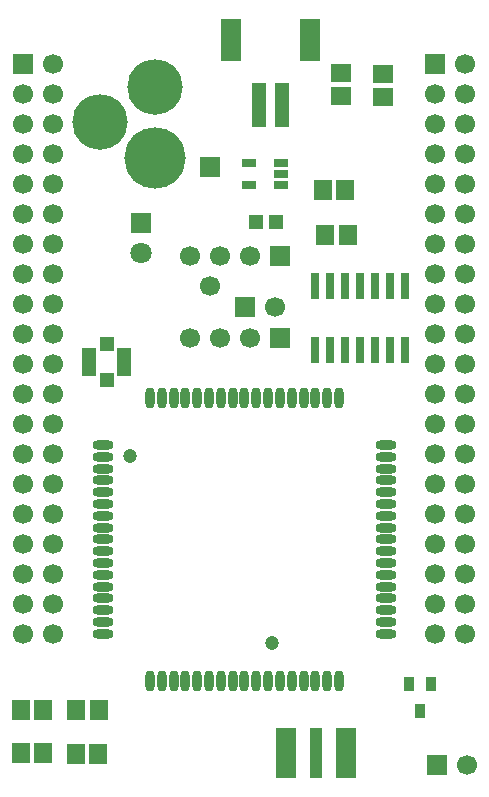
<source format=gbr>
G04 DipTrace 3.0.0.1*
G04 TopMask.gbr*
%MOIN*%
G04 #@! TF.FileFunction,Soldermask,Top*
G04 #@! TF.Part,Single*
%ADD54C,0.047244*%
%ADD61R,0.066929X0.141732*%
%ADD63R,0.047244X0.145669*%
%ADD65R,0.051181X0.031496*%
%ADD67R,0.031496X0.086614*%
%ADD73O,0.031496X0.070866*%
%ADD75O,0.070866X0.031496*%
%ADD77R,0.051181X0.047244*%
%ADD79R,0.033465X0.049213*%
%ADD81C,0.204724*%
%ADD83C,0.185039*%
%ADD85R,0.059055X0.066929*%
%ADD87C,0.066929*%
%ADD89R,0.066929X0.066929*%
%ADD91R,0.066929X0.059055*%
%ADD93C,0.070866*%
%ADD95R,0.070866X0.070866*%
%ADD97R,0.051181X0.096457*%
%ADD99R,0.049213X0.051181*%
%ADD101R,0.041339X0.167717*%
%ADD103R,0.067717X0.167717*%
%FSLAX26Y26*%
G04*
G70*
G90*
G75*
G01*
G04 TopMask*
%LPD*%
D103*
X1534252Y490157D3*
D101*
X1434252Y490551D3*
D103*
X1334646D3*
D99*
X737795Y1734646D3*
Y1852756D3*
D97*
X796850Y1793701D3*
X678740D3*
D95*
X853543Y2257874D3*
D93*
Y2157874D3*
D91*
X1519701Y2680701D3*
Y2755504D3*
X1660252Y2677551D3*
Y2752354D3*
D89*
X1081496Y2443919D3*
D87*
Y2046281D3*
D85*
X1466929Y2216929D3*
X1541732D3*
X1532283Y2367323D3*
X1457480D3*
X708661Y487795D3*
X633858D3*
X525197Y488976D3*
X450394D3*
D89*
X1314961Y2145276D3*
D87*
X1214961D3*
X1114961D3*
X1014961D3*
D89*
X1313701Y1871701D3*
D87*
X1213701D3*
X1113701D3*
X1013701D3*
D83*
X900000Y2710630D3*
D81*
Y2474409D3*
D83*
X714961Y2592520D3*
D89*
X1839701Y449701D3*
D87*
X1939701D3*
D89*
X1199701Y1974701D3*
D87*
X1299701D3*
D79*
X1819378Y720575D3*
X1744575D3*
X1781976Y630024D3*
D85*
X711024Y632677D3*
X636220D3*
X525591Y634646D3*
X450787D3*
D77*
X1235827Y2258000D3*
X1302756D3*
D75*
X1669291Y886614D3*
Y925984D3*
Y965354D3*
Y1004724D3*
Y1044094D3*
Y1083465D3*
Y1122835D3*
Y1162205D3*
Y1201575D3*
Y1240945D3*
Y1280315D3*
Y1319685D3*
Y1359055D3*
Y1398425D3*
Y1437795D3*
Y1477165D3*
Y1516535D3*
D73*
X1511811Y1674016D3*
X1472441D3*
X1433071D3*
X1393701D3*
X1354331D3*
X1314961D3*
X1275591D3*
X1236220D3*
X1196850D3*
X1157480D3*
X1118110D3*
X1078740D3*
X1039370D3*
X1000000D3*
X960630D3*
X921260D3*
X881890D3*
D75*
X724409Y1516535D3*
Y1477165D3*
Y1437795D3*
Y1398425D3*
Y1359055D3*
Y1319685D3*
Y1280315D3*
Y1240945D3*
Y1201575D3*
Y1162205D3*
Y1122835D3*
Y1083465D3*
Y1044094D3*
Y1004724D3*
Y965354D3*
Y925984D3*
Y886614D3*
D73*
X881890Y729134D3*
X921260D3*
X960630D3*
X1000000D3*
X1039370D3*
X1078740D3*
X1118110D3*
X1157480D3*
X1196850D3*
X1236220D3*
X1275591D3*
X1314961D3*
X1354331D3*
X1393701D3*
X1433071D3*
X1472441D3*
X1511811D3*
D54*
X1289126Y857480D3*
X816685Y1479528D3*
D67*
X1731890Y2046850D3*
X1681890D3*
X1631890D3*
X1581890D3*
X1531890D3*
X1481890D3*
X1431890D3*
Y1834252D3*
X1481890D3*
X1531890D3*
X1581890D3*
X1631890D3*
X1681890D3*
X1731890D3*
D65*
X1319685Y2381890D3*
Y2419291D3*
Y2456693D3*
X1213386D3*
Y2381890D3*
D63*
X1323291Y2648047D3*
X1244551D3*
D61*
X1415740Y2866441D3*
X1151961D3*
D89*
X1833465Y2785433D3*
D87*
X1933465D3*
X1833465Y2685433D3*
X1933465D3*
X1833465Y2585433D3*
X1933465D3*
X1833465Y2485433D3*
X1933465D3*
X1833465Y2385433D3*
X1933465D3*
X1833465Y2285433D3*
X1933465D3*
X1833465Y2185433D3*
X1933465D3*
X1833465Y2085433D3*
X1933465D3*
X1833465Y1985433D3*
X1933465D3*
X1833465Y1885433D3*
X1933465D3*
X1833465Y1785433D3*
X1933465D3*
X1833465Y1685433D3*
X1933465D3*
X1833465Y1585433D3*
X1933465D3*
X1833465Y1485433D3*
X1933465D3*
X1833465Y1385433D3*
X1933465D3*
X1833465Y1285433D3*
X1933465D3*
X1833465Y1185433D3*
X1933465D3*
X1833465Y1085433D3*
X1933465D3*
X1833465Y985433D3*
X1933465D3*
X1833465Y885433D3*
X1933465D3*
D89*
X458661Y2785433D3*
D87*
X558661D3*
X458661Y2685433D3*
X558661D3*
X458661Y2585433D3*
X558661D3*
X458661Y2485433D3*
X558661D3*
X458661Y2385433D3*
X558661D3*
X458661Y2285433D3*
X558661D3*
X458661Y2185433D3*
X558661D3*
X458661Y2085433D3*
X558661D3*
X458661Y1985433D3*
X558661D3*
X458661Y1885433D3*
X558661D3*
X458661Y1785433D3*
X558661D3*
X458661Y1685433D3*
X558661D3*
X458661Y1585433D3*
X558661D3*
X458661Y1485433D3*
X558661D3*
X458661Y1385433D3*
X558661D3*
X458661Y1285433D3*
X558661D3*
X458661Y1185433D3*
X558661D3*
X458661Y1085433D3*
X558661D3*
X458661Y985433D3*
X558661D3*
X458661Y885433D3*
X558661D3*
M02*

</source>
